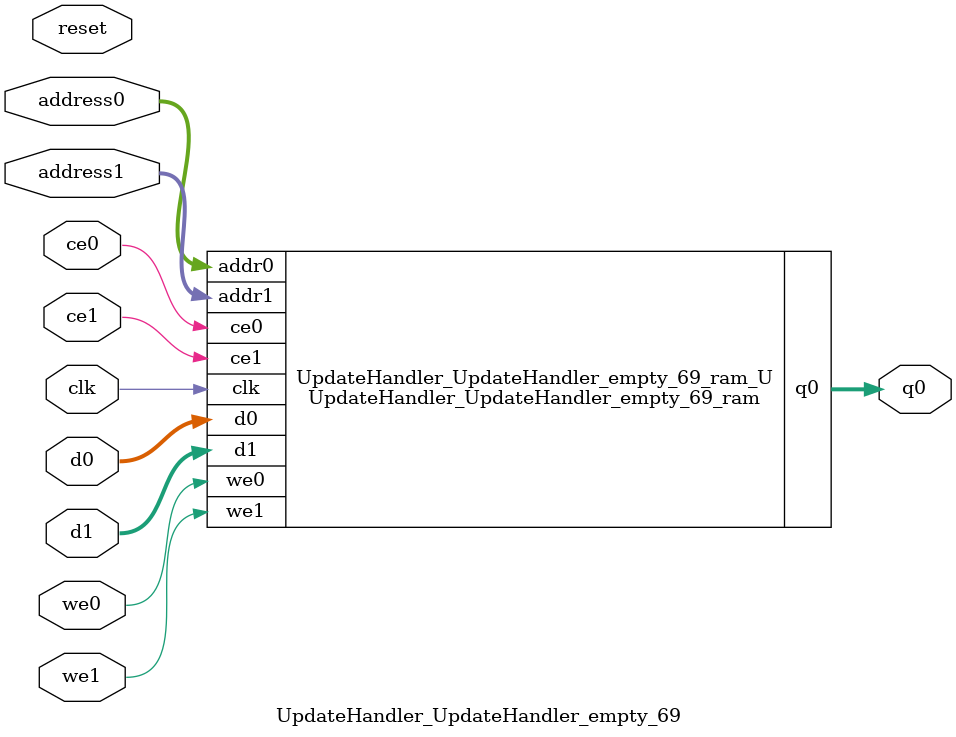
<source format=v>
`timescale 1 ns / 1 ps
module UpdateHandler_UpdateHandler_empty_69_ram (addr0, ce0, d0, we0, q0, addr1, ce1, d1, we1,  clk);

parameter DWIDTH = 32;
parameter AWIDTH = 8;
parameter MEM_SIZE = 256;

input[AWIDTH-1:0] addr0;
input ce0;
input[DWIDTH-1:0] d0;
input we0;
output reg[DWIDTH-1:0] q0;
input[AWIDTH-1:0] addr1;
input ce1;
input[DWIDTH-1:0] d1;
input we1;
input clk;

(* ram_style = "block" *)reg [DWIDTH-1:0] ram[0:MEM_SIZE-1];




always @(posedge clk)  
begin 
    if (ce0) begin
        if (we0) 
            ram[addr0] <= d0; 
        q0 <= ram[addr0];
    end
end


always @(posedge clk)  
begin 
    if (ce1) begin
        if (we1) 
            ram[addr1] <= d1; 
    end
end


endmodule

`timescale 1 ns / 1 ps
module UpdateHandler_UpdateHandler_empty_69(
    reset,
    clk,
    address0,
    ce0,
    we0,
    d0,
    q0,
    address1,
    ce1,
    we1,
    d1);

parameter DataWidth = 32'd32;
parameter AddressRange = 32'd256;
parameter AddressWidth = 32'd8;
input reset;
input clk;
input[AddressWidth - 1:0] address0;
input ce0;
input we0;
input[DataWidth - 1:0] d0;
output[DataWidth - 1:0] q0;
input[AddressWidth - 1:0] address1;
input ce1;
input we1;
input[DataWidth - 1:0] d1;



UpdateHandler_UpdateHandler_empty_69_ram UpdateHandler_UpdateHandler_empty_69_ram_U(
    .clk( clk ),
    .addr0( address0 ),
    .ce0( ce0 ),
    .we0( we0 ),
    .d0( d0 ),
    .q0( q0 ),
    .addr1( address1 ),
    .ce1( ce1 ),
    .we1( we1 ),
    .d1( d1 ));

endmodule


</source>
